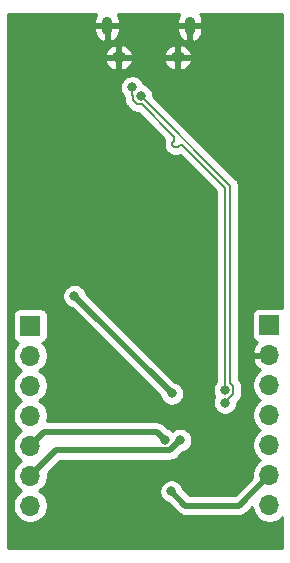
<source format=gbr>
G04 #@! TF.GenerationSoftware,KiCad,Pcbnew,(5.1.12-1-10_14)*
G04 #@! TF.CreationDate,2021-12-08T14:05:25-05:00*
G04 #@! TF.ProjectId,MinimalSAMD21,4d696e69-6d61-46c5-9341-4d4432312e6b,rev?*
G04 #@! TF.SameCoordinates,Original*
G04 #@! TF.FileFunction,Copper,L2,Bot*
G04 #@! TF.FilePolarity,Positive*
%FSLAX46Y46*%
G04 Gerber Fmt 4.6, Leading zero omitted, Abs format (unit mm)*
G04 Created by KiCad (PCBNEW (5.1.12-1-10_14)) date 2021-12-08 14:05:25*
%MOMM*%
%LPD*%
G01*
G04 APERTURE LIST*
G04 #@! TA.AperFunction,ComponentPad*
%ADD10O,1.700000X1.700000*%
G04 #@! TD*
G04 #@! TA.AperFunction,ComponentPad*
%ADD11R,1.700000X1.700000*%
G04 #@! TD*
G04 #@! TA.AperFunction,ComponentPad*
%ADD12O,0.890000X1.550000*%
G04 #@! TD*
G04 #@! TA.AperFunction,ComponentPad*
%ADD13O,1.250000X0.950000*%
G04 #@! TD*
G04 #@! TA.AperFunction,ViaPad*
%ADD14C,0.800000*%
G04 #@! TD*
G04 #@! TA.AperFunction,Conductor*
%ADD15C,0.500000*%
G04 #@! TD*
G04 #@! TA.AperFunction,Conductor*
%ADD16C,0.200000*%
G04 #@! TD*
G04 #@! TA.AperFunction,Conductor*
%ADD17C,0.254000*%
G04 #@! TD*
G04 #@! TA.AperFunction,Conductor*
%ADD18C,0.100000*%
G04 #@! TD*
G04 APERTURE END LIST*
D10*
X48260000Y-95700000D03*
X48260000Y-93160000D03*
X48260000Y-90620000D03*
X48260000Y-88080000D03*
X48260000Y-85540000D03*
X48260000Y-83000000D03*
D11*
X48260000Y-80460000D03*
D12*
X34510000Y-55100000D03*
X41510000Y-55100000D03*
D13*
X35510000Y-57800000D03*
X40510000Y-57800000D03*
D10*
X28000000Y-95740000D03*
X28000000Y-93200000D03*
X28000000Y-90660000D03*
X28000000Y-88120000D03*
X28000000Y-85580000D03*
X28000000Y-83040000D03*
D11*
X28000000Y-80500000D03*
D14*
X27000000Y-77500000D03*
X43000000Y-79250000D03*
X43000000Y-94000000D03*
X34000000Y-73750000D03*
X31750000Y-78000000D03*
X40000000Y-86250000D03*
X40700000Y-90200000D03*
X39400000Y-90200000D03*
X36628768Y-60328768D03*
X44500000Y-85975001D03*
X44500000Y-87025001D03*
X37371232Y-61071232D03*
X39951041Y-94548959D03*
D15*
X31750000Y-78000000D02*
X40000000Y-86250000D01*
X30149999Y-91050001D02*
X28000000Y-93200000D01*
X39849999Y-91050001D02*
X30149999Y-91050001D01*
X40700000Y-90200000D02*
X39849999Y-91050001D01*
X39400000Y-90200000D02*
X38700000Y-89500000D01*
X29160000Y-89500000D02*
X28000000Y-90660000D01*
X38700000Y-89500000D02*
X29160000Y-89500000D01*
D16*
X36628768Y-60965166D02*
X36628768Y-60328768D01*
X37035231Y-61771233D02*
X36671231Y-61407233D01*
X37434835Y-61771233D02*
X37035231Y-61771233D01*
X40133272Y-64469670D02*
X37434835Y-61771233D01*
X40204305Y-64582718D02*
X40175156Y-64522192D01*
X40219252Y-64648212D02*
X40204305Y-64582718D01*
X40133271Y-64893933D02*
X40175157Y-64841412D01*
X40119973Y-64907234D02*
X40133271Y-64893933D01*
X40078086Y-64959756D02*
X40119973Y-64907234D01*
X40610059Y-65276313D02*
X40557537Y-65318200D01*
X40048940Y-65020283D02*
X40078086Y-64959756D01*
X40219253Y-64715392D02*
X40219252Y-64648212D01*
X40033990Y-65085776D02*
X40048940Y-65020283D01*
X40048939Y-65218449D02*
X40033991Y-65152956D01*
X40204305Y-64780886D02*
X40219253Y-64715392D01*
X40078087Y-65278976D02*
X40048939Y-65218449D01*
X40233021Y-65402532D02*
X40172495Y-65373383D01*
X36671231Y-61407233D02*
X36671231Y-61007629D01*
X40491715Y-65373384D02*
X40431189Y-65402532D01*
X40557537Y-65318200D02*
X40544236Y-65331498D01*
X40175156Y-64522192D02*
X40133272Y-64469670D01*
X40298515Y-65417479D02*
X40233021Y-65402532D01*
X40033991Y-65152956D02*
X40033990Y-65085776D01*
X40119972Y-65331498D02*
X40078087Y-65278976D01*
X40929279Y-65276314D02*
X40868752Y-65247166D01*
X40868752Y-65247166D02*
X40803259Y-65232218D01*
X44500000Y-68836398D02*
X40981801Y-65318199D01*
X40736079Y-65232217D02*
X40670586Y-65247167D01*
X40670586Y-65247167D02*
X40610059Y-65276313D01*
X40803259Y-65232218D02*
X40736079Y-65232217D01*
X40172495Y-65373383D02*
X40119972Y-65331498D01*
X36671231Y-61007629D02*
X36628768Y-60965166D01*
X40175157Y-64841412D02*
X40204305Y-64780886D01*
X40544236Y-65331498D02*
X40491715Y-65373384D01*
X40981801Y-65318199D02*
X40929279Y-65276314D01*
X40365695Y-65417480D02*
X40298515Y-65417479D01*
X40431189Y-65402532D02*
X40365695Y-65417480D01*
X44500000Y-85975001D02*
X44500000Y-68836398D01*
X45200001Y-86311002D02*
X45200001Y-85639000D01*
X44950000Y-86561003D02*
X45200001Y-86311002D01*
X44500000Y-87025001D02*
X44950000Y-86575001D01*
X44950000Y-86575001D02*
X44950000Y-86561003D01*
X45200001Y-85639000D02*
X44950000Y-85388999D01*
X44950000Y-85388999D02*
X44950000Y-68650000D01*
X44950000Y-68650000D02*
X37689431Y-61389431D01*
X37689431Y-61389431D02*
X37371232Y-61071232D01*
D15*
X39951041Y-94548959D02*
X41152082Y-95750000D01*
X45670000Y-95750000D02*
X48260000Y-93160000D01*
X41152082Y-95750000D02*
X45670000Y-95750000D01*
D17*
X33560810Y-54239369D02*
X33475528Y-54434743D01*
X33430000Y-54643000D01*
X33430000Y-54973000D01*
X34383000Y-54973000D01*
X34383000Y-54953000D01*
X34637000Y-54953000D01*
X34637000Y-54973000D01*
X35590000Y-54973000D01*
X35590000Y-54643000D01*
X35544472Y-54434743D01*
X35459190Y-54239369D01*
X35403962Y-54160000D01*
X40616038Y-54160000D01*
X40560810Y-54239369D01*
X40475528Y-54434743D01*
X40430000Y-54643000D01*
X40430000Y-54973000D01*
X41383000Y-54973000D01*
X41383000Y-54953000D01*
X41637000Y-54953000D01*
X41637000Y-54973000D01*
X42590000Y-54973000D01*
X42590000Y-54643000D01*
X42544472Y-54434743D01*
X42459190Y-54239369D01*
X42403962Y-54160000D01*
X49340000Y-54160000D01*
X49340001Y-79016197D01*
X49234482Y-78984188D01*
X49110000Y-78971928D01*
X47410000Y-78971928D01*
X47285518Y-78984188D01*
X47165820Y-79020498D01*
X47055506Y-79079463D01*
X46958815Y-79158815D01*
X46879463Y-79255506D01*
X46820498Y-79365820D01*
X46784188Y-79485518D01*
X46771928Y-79610000D01*
X46771928Y-81310000D01*
X46784188Y-81434482D01*
X46820498Y-81554180D01*
X46879463Y-81664494D01*
X46958815Y-81761185D01*
X47055506Y-81840537D01*
X47165820Y-81899502D01*
X47246466Y-81923966D01*
X47162412Y-81999731D01*
X46988359Y-82233080D01*
X46863175Y-82495901D01*
X46818524Y-82643110D01*
X46939845Y-82873000D01*
X48133000Y-82873000D01*
X48133000Y-82853000D01*
X48387000Y-82853000D01*
X48387000Y-82873000D01*
X48407000Y-82873000D01*
X48407000Y-83127000D01*
X48387000Y-83127000D01*
X48387000Y-83147000D01*
X48133000Y-83147000D01*
X48133000Y-83127000D01*
X46939845Y-83127000D01*
X46818524Y-83356890D01*
X46863175Y-83504099D01*
X46988359Y-83766920D01*
X47162412Y-84000269D01*
X47378645Y-84195178D01*
X47495534Y-84264805D01*
X47313368Y-84386525D01*
X47106525Y-84593368D01*
X46944010Y-84836589D01*
X46832068Y-85106842D01*
X46775000Y-85393740D01*
X46775000Y-85686260D01*
X46832068Y-85973158D01*
X46944010Y-86243411D01*
X47106525Y-86486632D01*
X47313368Y-86693475D01*
X47487760Y-86810000D01*
X47313368Y-86926525D01*
X47106525Y-87133368D01*
X46944010Y-87376589D01*
X46832068Y-87646842D01*
X46775000Y-87933740D01*
X46775000Y-88226260D01*
X46832068Y-88513158D01*
X46944010Y-88783411D01*
X47106525Y-89026632D01*
X47313368Y-89233475D01*
X47487760Y-89350000D01*
X47313368Y-89466525D01*
X47106525Y-89673368D01*
X46944010Y-89916589D01*
X46832068Y-90186842D01*
X46775000Y-90473740D01*
X46775000Y-90766260D01*
X46832068Y-91053158D01*
X46944010Y-91323411D01*
X47106525Y-91566632D01*
X47313368Y-91773475D01*
X47487760Y-91890000D01*
X47313368Y-92006525D01*
X47106525Y-92213368D01*
X46944010Y-92456589D01*
X46832068Y-92726842D01*
X46775000Y-93013740D01*
X46775000Y-93306260D01*
X46789461Y-93378960D01*
X45303422Y-94865000D01*
X41518661Y-94865000D01*
X40957576Y-94303916D01*
X40946267Y-94247061D01*
X40868246Y-94058703D01*
X40754978Y-93889185D01*
X40610815Y-93745022D01*
X40441297Y-93631754D01*
X40252939Y-93553733D01*
X40052980Y-93513959D01*
X39849102Y-93513959D01*
X39649143Y-93553733D01*
X39460785Y-93631754D01*
X39291267Y-93745022D01*
X39147104Y-93889185D01*
X39033836Y-94058703D01*
X38955815Y-94247061D01*
X38916041Y-94447020D01*
X38916041Y-94650898D01*
X38955815Y-94850857D01*
X39033836Y-95039215D01*
X39147104Y-95208733D01*
X39291267Y-95352896D01*
X39460785Y-95466164D01*
X39649143Y-95544185D01*
X39705998Y-95555494D01*
X40495552Y-96345049D01*
X40523265Y-96378817D01*
X40557033Y-96406530D01*
X40557035Y-96406532D01*
X40601972Y-96443411D01*
X40658023Y-96489411D01*
X40811769Y-96571589D01*
X40978592Y-96622195D01*
X41108605Y-96635000D01*
X41108615Y-96635000D01*
X41152081Y-96639281D01*
X41195547Y-96635000D01*
X45626531Y-96635000D01*
X45670000Y-96639281D01*
X45713469Y-96635000D01*
X45713477Y-96635000D01*
X45843490Y-96622195D01*
X46010313Y-96571589D01*
X46164059Y-96489411D01*
X46298817Y-96378817D01*
X46326534Y-96345044D01*
X46783348Y-95888230D01*
X46832068Y-96133158D01*
X46944010Y-96403411D01*
X47106525Y-96646632D01*
X47313368Y-96853475D01*
X47556589Y-97015990D01*
X47826842Y-97127932D01*
X48113740Y-97185000D01*
X48406260Y-97185000D01*
X48693158Y-97127932D01*
X48963411Y-97015990D01*
X49206632Y-96853475D01*
X49340001Y-96720106D01*
X49340001Y-99340000D01*
X26160000Y-99340000D01*
X26160000Y-79650000D01*
X26511928Y-79650000D01*
X26511928Y-81350000D01*
X26524188Y-81474482D01*
X26560498Y-81594180D01*
X26619463Y-81704494D01*
X26698815Y-81801185D01*
X26795506Y-81880537D01*
X26905820Y-81939502D01*
X26978380Y-81961513D01*
X26846525Y-82093368D01*
X26684010Y-82336589D01*
X26572068Y-82606842D01*
X26515000Y-82893740D01*
X26515000Y-83186260D01*
X26572068Y-83473158D01*
X26684010Y-83743411D01*
X26846525Y-83986632D01*
X27053368Y-84193475D01*
X27227760Y-84310000D01*
X27053368Y-84426525D01*
X26846525Y-84633368D01*
X26684010Y-84876589D01*
X26572068Y-85146842D01*
X26515000Y-85433740D01*
X26515000Y-85726260D01*
X26572068Y-86013158D01*
X26684010Y-86283411D01*
X26846525Y-86526632D01*
X27053368Y-86733475D01*
X27227760Y-86850000D01*
X27053368Y-86966525D01*
X26846525Y-87173368D01*
X26684010Y-87416589D01*
X26572068Y-87686842D01*
X26515000Y-87973740D01*
X26515000Y-88266260D01*
X26572068Y-88553158D01*
X26684010Y-88823411D01*
X26846525Y-89066632D01*
X27053368Y-89273475D01*
X27227760Y-89390000D01*
X27053368Y-89506525D01*
X26846525Y-89713368D01*
X26684010Y-89956589D01*
X26572068Y-90226842D01*
X26515000Y-90513740D01*
X26515000Y-90806260D01*
X26572068Y-91093158D01*
X26684010Y-91363411D01*
X26846525Y-91606632D01*
X27053368Y-91813475D01*
X27227760Y-91930000D01*
X27053368Y-92046525D01*
X26846525Y-92253368D01*
X26684010Y-92496589D01*
X26572068Y-92766842D01*
X26515000Y-93053740D01*
X26515000Y-93346260D01*
X26572068Y-93633158D01*
X26684010Y-93903411D01*
X26846525Y-94146632D01*
X27053368Y-94353475D01*
X27227760Y-94470000D01*
X27053368Y-94586525D01*
X26846525Y-94793368D01*
X26684010Y-95036589D01*
X26572068Y-95306842D01*
X26515000Y-95593740D01*
X26515000Y-95886260D01*
X26572068Y-96173158D01*
X26684010Y-96443411D01*
X26846525Y-96686632D01*
X27053368Y-96893475D01*
X27296589Y-97055990D01*
X27566842Y-97167932D01*
X27853740Y-97225000D01*
X28146260Y-97225000D01*
X28433158Y-97167932D01*
X28703411Y-97055990D01*
X28946632Y-96893475D01*
X29153475Y-96686632D01*
X29315990Y-96443411D01*
X29427932Y-96173158D01*
X29485000Y-95886260D01*
X29485000Y-95593740D01*
X29427932Y-95306842D01*
X29315990Y-95036589D01*
X29153475Y-94793368D01*
X28946632Y-94586525D01*
X28772240Y-94470000D01*
X28946632Y-94353475D01*
X29153475Y-94146632D01*
X29315990Y-93903411D01*
X29427932Y-93633158D01*
X29485000Y-93346260D01*
X29485000Y-93053740D01*
X29470539Y-92981040D01*
X30516578Y-91935001D01*
X39806530Y-91935001D01*
X39849999Y-91939282D01*
X39893468Y-91935001D01*
X39893476Y-91935001D01*
X40023489Y-91922196D01*
X40190312Y-91871590D01*
X40344058Y-91789412D01*
X40478816Y-91678818D01*
X40506533Y-91645045D01*
X40945044Y-91206535D01*
X41001898Y-91195226D01*
X41190256Y-91117205D01*
X41359774Y-91003937D01*
X41503937Y-90859774D01*
X41617205Y-90690256D01*
X41695226Y-90501898D01*
X41735000Y-90301939D01*
X41735000Y-90098061D01*
X41695226Y-89898102D01*
X41617205Y-89709744D01*
X41503937Y-89540226D01*
X41359774Y-89396063D01*
X41190256Y-89282795D01*
X41001898Y-89204774D01*
X40801939Y-89165000D01*
X40598061Y-89165000D01*
X40398102Y-89204774D01*
X40209744Y-89282795D01*
X40050000Y-89389532D01*
X39890256Y-89282795D01*
X39701898Y-89204774D01*
X39645043Y-89193465D01*
X39356534Y-88904956D01*
X39328817Y-88871183D01*
X39194059Y-88760589D01*
X39040313Y-88678411D01*
X38873490Y-88627805D01*
X38743477Y-88615000D01*
X38743469Y-88615000D01*
X38700000Y-88610719D01*
X38656531Y-88615000D01*
X29402316Y-88615000D01*
X29427932Y-88553158D01*
X29485000Y-88266260D01*
X29485000Y-87973740D01*
X29427932Y-87686842D01*
X29315990Y-87416589D01*
X29153475Y-87173368D01*
X28946632Y-86966525D01*
X28772240Y-86850000D01*
X28946632Y-86733475D01*
X29153475Y-86526632D01*
X29315990Y-86283411D01*
X29427932Y-86013158D01*
X29485000Y-85726260D01*
X29485000Y-85433740D01*
X29427932Y-85146842D01*
X29315990Y-84876589D01*
X29153475Y-84633368D01*
X28946632Y-84426525D01*
X28772240Y-84310000D01*
X28946632Y-84193475D01*
X29153475Y-83986632D01*
X29315990Y-83743411D01*
X29427932Y-83473158D01*
X29485000Y-83186260D01*
X29485000Y-82893740D01*
X29427932Y-82606842D01*
X29315990Y-82336589D01*
X29153475Y-82093368D01*
X29021620Y-81961513D01*
X29094180Y-81939502D01*
X29204494Y-81880537D01*
X29301185Y-81801185D01*
X29380537Y-81704494D01*
X29439502Y-81594180D01*
X29475812Y-81474482D01*
X29488072Y-81350000D01*
X29488072Y-79650000D01*
X29475812Y-79525518D01*
X29439502Y-79405820D01*
X29380537Y-79295506D01*
X29301185Y-79198815D01*
X29204494Y-79119463D01*
X29094180Y-79060498D01*
X28974482Y-79024188D01*
X28850000Y-79011928D01*
X27150000Y-79011928D01*
X27025518Y-79024188D01*
X26905820Y-79060498D01*
X26795506Y-79119463D01*
X26698815Y-79198815D01*
X26619463Y-79295506D01*
X26560498Y-79405820D01*
X26524188Y-79525518D01*
X26511928Y-79650000D01*
X26160000Y-79650000D01*
X26160000Y-77898061D01*
X30715000Y-77898061D01*
X30715000Y-78101939D01*
X30754774Y-78301898D01*
X30832795Y-78490256D01*
X30946063Y-78659774D01*
X31090226Y-78803937D01*
X31259744Y-78917205D01*
X31448102Y-78995226D01*
X31504957Y-79006535D01*
X38993465Y-86495044D01*
X39004774Y-86551898D01*
X39082795Y-86740256D01*
X39196063Y-86909774D01*
X39340226Y-87053937D01*
X39509744Y-87167205D01*
X39698102Y-87245226D01*
X39898061Y-87285000D01*
X40101939Y-87285000D01*
X40301898Y-87245226D01*
X40490256Y-87167205D01*
X40659774Y-87053937D01*
X40803937Y-86909774D01*
X40917205Y-86740256D01*
X40995226Y-86551898D01*
X41035000Y-86351939D01*
X41035000Y-86148061D01*
X40995226Y-85948102D01*
X40917205Y-85759744D01*
X40803937Y-85590226D01*
X40659774Y-85446063D01*
X40490256Y-85332795D01*
X40301898Y-85254774D01*
X40245044Y-85243465D01*
X32756535Y-77754957D01*
X32745226Y-77698102D01*
X32667205Y-77509744D01*
X32553937Y-77340226D01*
X32409774Y-77196063D01*
X32240256Y-77082795D01*
X32051898Y-77004774D01*
X31851939Y-76965000D01*
X31648061Y-76965000D01*
X31448102Y-77004774D01*
X31259744Y-77082795D01*
X31090226Y-77196063D01*
X30946063Y-77340226D01*
X30832795Y-77509744D01*
X30754774Y-77698102D01*
X30715000Y-77898061D01*
X26160000Y-77898061D01*
X26160000Y-60226829D01*
X35593768Y-60226829D01*
X35593768Y-60430707D01*
X35633542Y-60630666D01*
X35711563Y-60819024D01*
X35824831Y-60988542D01*
X35899909Y-61063620D01*
X35904403Y-61109250D01*
X35936231Y-61214173D01*
X35936231Y-61371128D01*
X35932675Y-61407233D01*
X35946866Y-61551318D01*
X35955340Y-61579253D01*
X35988894Y-61689865D01*
X36057144Y-61817552D01*
X36148993Y-61929470D01*
X36177039Y-61952487D01*
X36489972Y-62265420D01*
X36512993Y-62293471D01*
X36624911Y-62385320D01*
X36752597Y-62453570D01*
X36891146Y-62495598D01*
X37035231Y-62509789D01*
X37071336Y-62506233D01*
X37130389Y-62506233D01*
X39366778Y-64742623D01*
X39355119Y-64777502D01*
X39333788Y-64835831D01*
X39326631Y-64881863D01*
X39323156Y-64897089D01*
X39309623Y-64941702D01*
X39303541Y-65003462D01*
X39295725Y-65065045D01*
X39298991Y-65111557D01*
X39298991Y-65127183D01*
X39295726Y-65173666D01*
X39303542Y-65235259D01*
X39309629Y-65297051D01*
X39323157Y-65341644D01*
X39326629Y-65356857D01*
X39333792Y-65402920D01*
X39355120Y-65461236D01*
X39374796Y-65520104D01*
X39397913Y-65560579D01*
X39404688Y-65574649D01*
X39421921Y-65617960D01*
X39455686Y-65670060D01*
X39487972Y-65723080D01*
X39519515Y-65757396D01*
X39529255Y-65769610D01*
X39555692Y-65807998D01*
X39600198Y-65851272D01*
X39643477Y-65895782D01*
X39681865Y-65922218D01*
X39694077Y-65931957D01*
X39728380Y-65963489D01*
X39781413Y-65995785D01*
X39833517Y-66029552D01*
X39876808Y-66046776D01*
X39890895Y-66053560D01*
X39931378Y-66076680D01*
X39990244Y-66096354D01*
X40048535Y-66117675D01*
X40094602Y-66124840D01*
X40109842Y-66128318D01*
X40154420Y-66141841D01*
X40216194Y-66147926D01*
X40277818Y-66155745D01*
X40324301Y-66152479D01*
X40339909Y-66152479D01*
X40386402Y-66155745D01*
X40447985Y-66147931D01*
X40509769Y-66141847D01*
X40554374Y-66128317D01*
X40569611Y-66124839D01*
X40615665Y-66117677D01*
X40673960Y-66096357D01*
X40708851Y-66084695D01*
X43765001Y-69140846D01*
X43765000Y-85246290D01*
X43696063Y-85315227D01*
X43582795Y-85484745D01*
X43504774Y-85673103D01*
X43465000Y-85873062D01*
X43465000Y-86076940D01*
X43504774Y-86276899D01*
X43582795Y-86465257D01*
X43606010Y-86500001D01*
X43582795Y-86534745D01*
X43504774Y-86723103D01*
X43465000Y-86923062D01*
X43465000Y-87126940D01*
X43504774Y-87326899D01*
X43582795Y-87515257D01*
X43696063Y-87684775D01*
X43840226Y-87828938D01*
X44009744Y-87942206D01*
X44198102Y-88020227D01*
X44398061Y-88060001D01*
X44601939Y-88060001D01*
X44801898Y-88020227D01*
X44990256Y-87942206D01*
X45159774Y-87828938D01*
X45303937Y-87684775D01*
X45417205Y-87515257D01*
X45495226Y-87326899D01*
X45535000Y-87126940D01*
X45535000Y-87020763D01*
X45559322Y-86991127D01*
X45694193Y-86856256D01*
X45722238Y-86833240D01*
X45814088Y-86721322D01*
X45882338Y-86593635D01*
X45924366Y-86455087D01*
X45935001Y-86347107D01*
X45935001Y-86347106D01*
X45938557Y-86311002D01*
X45935001Y-86274897D01*
X45935001Y-85675105D01*
X45938557Y-85639000D01*
X45924366Y-85494915D01*
X45909547Y-85446063D01*
X45882338Y-85356367D01*
X45814088Y-85228680D01*
X45722239Y-85116762D01*
X45694188Y-85093741D01*
X45685000Y-85084553D01*
X45685000Y-68686096D01*
X45688555Y-68649999D01*
X45685000Y-68613902D01*
X45685000Y-68613895D01*
X45674365Y-68505915D01*
X45632337Y-68367367D01*
X45564087Y-68239680D01*
X45472238Y-68127762D01*
X45444193Y-68104746D01*
X38406232Y-61066786D01*
X38406232Y-60969293D01*
X38366458Y-60769334D01*
X38288437Y-60580976D01*
X38175169Y-60411458D01*
X38031006Y-60267295D01*
X37861488Y-60154027D01*
X37673130Y-60076006D01*
X37632146Y-60067854D01*
X37623994Y-60026870D01*
X37545973Y-59838512D01*
X37432705Y-59668994D01*
X37288542Y-59524831D01*
X37119024Y-59411563D01*
X36930666Y-59333542D01*
X36730707Y-59293768D01*
X36526829Y-59293768D01*
X36326870Y-59333542D01*
X36138512Y-59411563D01*
X35968994Y-59524831D01*
X35824831Y-59668994D01*
X35711563Y-59838512D01*
X35633542Y-60026870D01*
X35593768Y-60226829D01*
X26160000Y-60226829D01*
X26160000Y-58097938D01*
X34290732Y-58097938D01*
X34360397Y-58286150D01*
X34474447Y-58471822D01*
X34622529Y-58631676D01*
X34798951Y-58759569D01*
X34996934Y-58850586D01*
X35208869Y-58901230D01*
X35383000Y-58752564D01*
X35383000Y-57927000D01*
X35637000Y-57927000D01*
X35637000Y-58752564D01*
X35811131Y-58901230D01*
X36023066Y-58850586D01*
X36221049Y-58759569D01*
X36397471Y-58631676D01*
X36545553Y-58471822D01*
X36659603Y-58286150D01*
X36729268Y-58097938D01*
X39290732Y-58097938D01*
X39360397Y-58286150D01*
X39474447Y-58471822D01*
X39622529Y-58631676D01*
X39798951Y-58759569D01*
X39996934Y-58850586D01*
X40208869Y-58901230D01*
X40383000Y-58752564D01*
X40383000Y-57927000D01*
X40637000Y-57927000D01*
X40637000Y-58752564D01*
X40811131Y-58901230D01*
X41023066Y-58850586D01*
X41221049Y-58759569D01*
X41397471Y-58631676D01*
X41545553Y-58471822D01*
X41659603Y-58286150D01*
X41729268Y-58097938D01*
X41602734Y-57927000D01*
X40637000Y-57927000D01*
X40383000Y-57927000D01*
X39417266Y-57927000D01*
X39290732Y-58097938D01*
X36729268Y-58097938D01*
X36602734Y-57927000D01*
X35637000Y-57927000D01*
X35383000Y-57927000D01*
X34417266Y-57927000D01*
X34290732Y-58097938D01*
X26160000Y-58097938D01*
X26160000Y-57502062D01*
X34290732Y-57502062D01*
X34417266Y-57673000D01*
X35383000Y-57673000D01*
X35383000Y-56847436D01*
X35637000Y-56847436D01*
X35637000Y-57673000D01*
X36602734Y-57673000D01*
X36729268Y-57502062D01*
X39290732Y-57502062D01*
X39417266Y-57673000D01*
X40383000Y-57673000D01*
X40383000Y-56847436D01*
X40637000Y-56847436D01*
X40637000Y-57673000D01*
X41602734Y-57673000D01*
X41729268Y-57502062D01*
X41659603Y-57313850D01*
X41545553Y-57128178D01*
X41397471Y-56968324D01*
X41221049Y-56840431D01*
X41023066Y-56749414D01*
X40811131Y-56698770D01*
X40637000Y-56847436D01*
X40383000Y-56847436D01*
X40208869Y-56698770D01*
X39996934Y-56749414D01*
X39798951Y-56840431D01*
X39622529Y-56968324D01*
X39474447Y-57128178D01*
X39360397Y-57313850D01*
X39290732Y-57502062D01*
X36729268Y-57502062D01*
X36659603Y-57313850D01*
X36545553Y-57128178D01*
X36397471Y-56968324D01*
X36221049Y-56840431D01*
X36023066Y-56749414D01*
X35811131Y-56698770D01*
X35637000Y-56847436D01*
X35383000Y-56847436D01*
X35208869Y-56698770D01*
X34996934Y-56749414D01*
X34798951Y-56840431D01*
X34622529Y-56968324D01*
X34474447Y-57128178D01*
X34360397Y-57313850D01*
X34290732Y-57502062D01*
X26160000Y-57502062D01*
X26160000Y-55227000D01*
X33430000Y-55227000D01*
X33430000Y-55557000D01*
X33475528Y-55765257D01*
X33560810Y-55960631D01*
X33682569Y-56135613D01*
X33836126Y-56283479D01*
X34015580Y-56398546D01*
X34216787Y-56469435D01*
X34383000Y-56342454D01*
X34383000Y-55227000D01*
X34637000Y-55227000D01*
X34637000Y-56342454D01*
X34803213Y-56469435D01*
X35004420Y-56398546D01*
X35183874Y-56283479D01*
X35337431Y-56135613D01*
X35459190Y-55960631D01*
X35544472Y-55765257D01*
X35590000Y-55557000D01*
X35590000Y-55227000D01*
X40430000Y-55227000D01*
X40430000Y-55557000D01*
X40475528Y-55765257D01*
X40560810Y-55960631D01*
X40682569Y-56135613D01*
X40836126Y-56283479D01*
X41015580Y-56398546D01*
X41216787Y-56469435D01*
X41383000Y-56342454D01*
X41383000Y-55227000D01*
X41637000Y-55227000D01*
X41637000Y-56342454D01*
X41803213Y-56469435D01*
X42004420Y-56398546D01*
X42183874Y-56283479D01*
X42337431Y-56135613D01*
X42459190Y-55960631D01*
X42544472Y-55765257D01*
X42590000Y-55557000D01*
X42590000Y-55227000D01*
X41637000Y-55227000D01*
X41383000Y-55227000D01*
X40430000Y-55227000D01*
X35590000Y-55227000D01*
X34637000Y-55227000D01*
X34383000Y-55227000D01*
X33430000Y-55227000D01*
X26160000Y-55227000D01*
X26160000Y-54160000D01*
X33616038Y-54160000D01*
X33560810Y-54239369D01*
G04 #@! TA.AperFunction,Conductor*
D18*
G36*
X33560810Y-54239369D02*
G01*
X33475528Y-54434743D01*
X33430000Y-54643000D01*
X33430000Y-54973000D01*
X34383000Y-54973000D01*
X34383000Y-54953000D01*
X34637000Y-54953000D01*
X34637000Y-54973000D01*
X35590000Y-54973000D01*
X35590000Y-54643000D01*
X35544472Y-54434743D01*
X35459190Y-54239369D01*
X35403962Y-54160000D01*
X40616038Y-54160000D01*
X40560810Y-54239369D01*
X40475528Y-54434743D01*
X40430000Y-54643000D01*
X40430000Y-54973000D01*
X41383000Y-54973000D01*
X41383000Y-54953000D01*
X41637000Y-54953000D01*
X41637000Y-54973000D01*
X42590000Y-54973000D01*
X42590000Y-54643000D01*
X42544472Y-54434743D01*
X42459190Y-54239369D01*
X42403962Y-54160000D01*
X49340000Y-54160000D01*
X49340001Y-79016197D01*
X49234482Y-78984188D01*
X49110000Y-78971928D01*
X47410000Y-78971928D01*
X47285518Y-78984188D01*
X47165820Y-79020498D01*
X47055506Y-79079463D01*
X46958815Y-79158815D01*
X46879463Y-79255506D01*
X46820498Y-79365820D01*
X46784188Y-79485518D01*
X46771928Y-79610000D01*
X46771928Y-81310000D01*
X46784188Y-81434482D01*
X46820498Y-81554180D01*
X46879463Y-81664494D01*
X46958815Y-81761185D01*
X47055506Y-81840537D01*
X47165820Y-81899502D01*
X47246466Y-81923966D01*
X47162412Y-81999731D01*
X46988359Y-82233080D01*
X46863175Y-82495901D01*
X46818524Y-82643110D01*
X46939845Y-82873000D01*
X48133000Y-82873000D01*
X48133000Y-82853000D01*
X48387000Y-82853000D01*
X48387000Y-82873000D01*
X48407000Y-82873000D01*
X48407000Y-83127000D01*
X48387000Y-83127000D01*
X48387000Y-83147000D01*
X48133000Y-83147000D01*
X48133000Y-83127000D01*
X46939845Y-83127000D01*
X46818524Y-83356890D01*
X46863175Y-83504099D01*
X46988359Y-83766920D01*
X47162412Y-84000269D01*
X47378645Y-84195178D01*
X47495534Y-84264805D01*
X47313368Y-84386525D01*
X47106525Y-84593368D01*
X46944010Y-84836589D01*
X46832068Y-85106842D01*
X46775000Y-85393740D01*
X46775000Y-85686260D01*
X46832068Y-85973158D01*
X46944010Y-86243411D01*
X47106525Y-86486632D01*
X47313368Y-86693475D01*
X47487760Y-86810000D01*
X47313368Y-86926525D01*
X47106525Y-87133368D01*
X46944010Y-87376589D01*
X46832068Y-87646842D01*
X46775000Y-87933740D01*
X46775000Y-88226260D01*
X46832068Y-88513158D01*
X46944010Y-88783411D01*
X47106525Y-89026632D01*
X47313368Y-89233475D01*
X47487760Y-89350000D01*
X47313368Y-89466525D01*
X47106525Y-89673368D01*
X46944010Y-89916589D01*
X46832068Y-90186842D01*
X46775000Y-90473740D01*
X46775000Y-90766260D01*
X46832068Y-91053158D01*
X46944010Y-91323411D01*
X47106525Y-91566632D01*
X47313368Y-91773475D01*
X47487760Y-91890000D01*
X47313368Y-92006525D01*
X47106525Y-92213368D01*
X46944010Y-92456589D01*
X46832068Y-92726842D01*
X46775000Y-93013740D01*
X46775000Y-93306260D01*
X46789461Y-93378960D01*
X45303422Y-94865000D01*
X41518661Y-94865000D01*
X40957576Y-94303916D01*
X40946267Y-94247061D01*
X40868246Y-94058703D01*
X40754978Y-93889185D01*
X40610815Y-93745022D01*
X40441297Y-93631754D01*
X40252939Y-93553733D01*
X40052980Y-93513959D01*
X39849102Y-93513959D01*
X39649143Y-93553733D01*
X39460785Y-93631754D01*
X39291267Y-93745022D01*
X39147104Y-93889185D01*
X39033836Y-94058703D01*
X38955815Y-94247061D01*
X38916041Y-94447020D01*
X38916041Y-94650898D01*
X38955815Y-94850857D01*
X39033836Y-95039215D01*
X39147104Y-95208733D01*
X39291267Y-95352896D01*
X39460785Y-95466164D01*
X39649143Y-95544185D01*
X39705998Y-95555494D01*
X40495552Y-96345049D01*
X40523265Y-96378817D01*
X40557033Y-96406530D01*
X40557035Y-96406532D01*
X40601972Y-96443411D01*
X40658023Y-96489411D01*
X40811769Y-96571589D01*
X40978592Y-96622195D01*
X41108605Y-96635000D01*
X41108615Y-96635000D01*
X41152081Y-96639281D01*
X41195547Y-96635000D01*
X45626531Y-96635000D01*
X45670000Y-96639281D01*
X45713469Y-96635000D01*
X45713477Y-96635000D01*
X45843490Y-96622195D01*
X46010313Y-96571589D01*
X46164059Y-96489411D01*
X46298817Y-96378817D01*
X46326534Y-96345044D01*
X46783348Y-95888230D01*
X46832068Y-96133158D01*
X46944010Y-96403411D01*
X47106525Y-96646632D01*
X47313368Y-96853475D01*
X47556589Y-97015990D01*
X47826842Y-97127932D01*
X48113740Y-97185000D01*
X48406260Y-97185000D01*
X48693158Y-97127932D01*
X48963411Y-97015990D01*
X49206632Y-96853475D01*
X49340001Y-96720106D01*
X49340001Y-99340000D01*
X26160000Y-99340000D01*
X26160000Y-79650000D01*
X26511928Y-79650000D01*
X26511928Y-81350000D01*
X26524188Y-81474482D01*
X26560498Y-81594180D01*
X26619463Y-81704494D01*
X26698815Y-81801185D01*
X26795506Y-81880537D01*
X26905820Y-81939502D01*
X26978380Y-81961513D01*
X26846525Y-82093368D01*
X26684010Y-82336589D01*
X26572068Y-82606842D01*
X26515000Y-82893740D01*
X26515000Y-83186260D01*
X26572068Y-83473158D01*
X26684010Y-83743411D01*
X26846525Y-83986632D01*
X27053368Y-84193475D01*
X27227760Y-84310000D01*
X27053368Y-84426525D01*
X26846525Y-84633368D01*
X26684010Y-84876589D01*
X26572068Y-85146842D01*
X26515000Y-85433740D01*
X26515000Y-85726260D01*
X26572068Y-86013158D01*
X26684010Y-86283411D01*
X26846525Y-86526632D01*
X27053368Y-86733475D01*
X27227760Y-86850000D01*
X27053368Y-86966525D01*
X26846525Y-87173368D01*
X26684010Y-87416589D01*
X26572068Y-87686842D01*
X26515000Y-87973740D01*
X26515000Y-88266260D01*
X26572068Y-88553158D01*
X26684010Y-88823411D01*
X26846525Y-89066632D01*
X27053368Y-89273475D01*
X27227760Y-89390000D01*
X27053368Y-89506525D01*
X26846525Y-89713368D01*
X26684010Y-89956589D01*
X26572068Y-90226842D01*
X26515000Y-90513740D01*
X26515000Y-90806260D01*
X26572068Y-91093158D01*
X26684010Y-91363411D01*
X26846525Y-91606632D01*
X27053368Y-91813475D01*
X27227760Y-91930000D01*
X27053368Y-92046525D01*
X26846525Y-92253368D01*
X26684010Y-92496589D01*
X26572068Y-92766842D01*
X26515000Y-93053740D01*
X26515000Y-93346260D01*
X26572068Y-93633158D01*
X26684010Y-93903411D01*
X26846525Y-94146632D01*
X27053368Y-94353475D01*
X27227760Y-94470000D01*
X27053368Y-94586525D01*
X26846525Y-94793368D01*
X26684010Y-95036589D01*
X26572068Y-95306842D01*
X26515000Y-95593740D01*
X26515000Y-95886260D01*
X26572068Y-96173158D01*
X26684010Y-96443411D01*
X26846525Y-96686632D01*
X27053368Y-96893475D01*
X27296589Y-97055990D01*
X27566842Y-97167932D01*
X27853740Y-97225000D01*
X28146260Y-97225000D01*
X28433158Y-97167932D01*
X28703411Y-97055990D01*
X28946632Y-96893475D01*
X29153475Y-96686632D01*
X29315990Y-96443411D01*
X29427932Y-96173158D01*
X29485000Y-95886260D01*
X29485000Y-95593740D01*
X29427932Y-95306842D01*
X29315990Y-95036589D01*
X29153475Y-94793368D01*
X28946632Y-94586525D01*
X28772240Y-94470000D01*
X28946632Y-94353475D01*
X29153475Y-94146632D01*
X29315990Y-93903411D01*
X29427932Y-93633158D01*
X29485000Y-93346260D01*
X29485000Y-93053740D01*
X29470539Y-92981040D01*
X30516578Y-91935001D01*
X39806530Y-91935001D01*
X39849999Y-91939282D01*
X39893468Y-91935001D01*
X39893476Y-91935001D01*
X40023489Y-91922196D01*
X40190312Y-91871590D01*
X40344058Y-91789412D01*
X40478816Y-91678818D01*
X40506533Y-91645045D01*
X40945044Y-91206535D01*
X41001898Y-91195226D01*
X41190256Y-91117205D01*
X41359774Y-91003937D01*
X41503937Y-90859774D01*
X41617205Y-90690256D01*
X41695226Y-90501898D01*
X41735000Y-90301939D01*
X41735000Y-90098061D01*
X41695226Y-89898102D01*
X41617205Y-89709744D01*
X41503937Y-89540226D01*
X41359774Y-89396063D01*
X41190256Y-89282795D01*
X41001898Y-89204774D01*
X40801939Y-89165000D01*
X40598061Y-89165000D01*
X40398102Y-89204774D01*
X40209744Y-89282795D01*
X40050000Y-89389532D01*
X39890256Y-89282795D01*
X39701898Y-89204774D01*
X39645043Y-89193465D01*
X39356534Y-88904956D01*
X39328817Y-88871183D01*
X39194059Y-88760589D01*
X39040313Y-88678411D01*
X38873490Y-88627805D01*
X38743477Y-88615000D01*
X38743469Y-88615000D01*
X38700000Y-88610719D01*
X38656531Y-88615000D01*
X29402316Y-88615000D01*
X29427932Y-88553158D01*
X29485000Y-88266260D01*
X29485000Y-87973740D01*
X29427932Y-87686842D01*
X29315990Y-87416589D01*
X29153475Y-87173368D01*
X28946632Y-86966525D01*
X28772240Y-86850000D01*
X28946632Y-86733475D01*
X29153475Y-86526632D01*
X29315990Y-86283411D01*
X29427932Y-86013158D01*
X29485000Y-85726260D01*
X29485000Y-85433740D01*
X29427932Y-85146842D01*
X29315990Y-84876589D01*
X29153475Y-84633368D01*
X28946632Y-84426525D01*
X28772240Y-84310000D01*
X28946632Y-84193475D01*
X29153475Y-83986632D01*
X29315990Y-83743411D01*
X29427932Y-83473158D01*
X29485000Y-83186260D01*
X29485000Y-82893740D01*
X29427932Y-82606842D01*
X29315990Y-82336589D01*
X29153475Y-82093368D01*
X29021620Y-81961513D01*
X29094180Y-81939502D01*
X29204494Y-81880537D01*
X29301185Y-81801185D01*
X29380537Y-81704494D01*
X29439502Y-81594180D01*
X29475812Y-81474482D01*
X29488072Y-81350000D01*
X29488072Y-79650000D01*
X29475812Y-79525518D01*
X29439502Y-79405820D01*
X29380537Y-79295506D01*
X29301185Y-79198815D01*
X29204494Y-79119463D01*
X29094180Y-79060498D01*
X28974482Y-79024188D01*
X28850000Y-79011928D01*
X27150000Y-79011928D01*
X27025518Y-79024188D01*
X26905820Y-79060498D01*
X26795506Y-79119463D01*
X26698815Y-79198815D01*
X26619463Y-79295506D01*
X26560498Y-79405820D01*
X26524188Y-79525518D01*
X26511928Y-79650000D01*
X26160000Y-79650000D01*
X26160000Y-77898061D01*
X30715000Y-77898061D01*
X30715000Y-78101939D01*
X30754774Y-78301898D01*
X30832795Y-78490256D01*
X30946063Y-78659774D01*
X31090226Y-78803937D01*
X31259744Y-78917205D01*
X31448102Y-78995226D01*
X31504957Y-79006535D01*
X38993465Y-86495044D01*
X39004774Y-86551898D01*
X39082795Y-86740256D01*
X39196063Y-86909774D01*
X39340226Y-87053937D01*
X39509744Y-87167205D01*
X39698102Y-87245226D01*
X39898061Y-87285000D01*
X40101939Y-87285000D01*
X40301898Y-87245226D01*
X40490256Y-87167205D01*
X40659774Y-87053937D01*
X40803937Y-86909774D01*
X40917205Y-86740256D01*
X40995226Y-86551898D01*
X41035000Y-86351939D01*
X41035000Y-86148061D01*
X40995226Y-85948102D01*
X40917205Y-85759744D01*
X40803937Y-85590226D01*
X40659774Y-85446063D01*
X40490256Y-85332795D01*
X40301898Y-85254774D01*
X40245044Y-85243465D01*
X32756535Y-77754957D01*
X32745226Y-77698102D01*
X32667205Y-77509744D01*
X32553937Y-77340226D01*
X32409774Y-77196063D01*
X32240256Y-77082795D01*
X32051898Y-77004774D01*
X31851939Y-76965000D01*
X31648061Y-76965000D01*
X31448102Y-77004774D01*
X31259744Y-77082795D01*
X31090226Y-77196063D01*
X30946063Y-77340226D01*
X30832795Y-77509744D01*
X30754774Y-77698102D01*
X30715000Y-77898061D01*
X26160000Y-77898061D01*
X26160000Y-60226829D01*
X35593768Y-60226829D01*
X35593768Y-60430707D01*
X35633542Y-60630666D01*
X35711563Y-60819024D01*
X35824831Y-60988542D01*
X35899909Y-61063620D01*
X35904403Y-61109250D01*
X35936231Y-61214173D01*
X35936231Y-61371128D01*
X35932675Y-61407233D01*
X35946866Y-61551318D01*
X35955340Y-61579253D01*
X35988894Y-61689865D01*
X36057144Y-61817552D01*
X36148993Y-61929470D01*
X36177039Y-61952487D01*
X36489972Y-62265420D01*
X36512993Y-62293471D01*
X36624911Y-62385320D01*
X36752597Y-62453570D01*
X36891146Y-62495598D01*
X37035231Y-62509789D01*
X37071336Y-62506233D01*
X37130389Y-62506233D01*
X39366778Y-64742623D01*
X39355119Y-64777502D01*
X39333788Y-64835831D01*
X39326631Y-64881863D01*
X39323156Y-64897089D01*
X39309623Y-64941702D01*
X39303541Y-65003462D01*
X39295725Y-65065045D01*
X39298991Y-65111557D01*
X39298991Y-65127183D01*
X39295726Y-65173666D01*
X39303542Y-65235259D01*
X39309629Y-65297051D01*
X39323157Y-65341644D01*
X39326629Y-65356857D01*
X39333792Y-65402920D01*
X39355120Y-65461236D01*
X39374796Y-65520104D01*
X39397913Y-65560579D01*
X39404688Y-65574649D01*
X39421921Y-65617960D01*
X39455686Y-65670060D01*
X39487972Y-65723080D01*
X39519515Y-65757396D01*
X39529255Y-65769610D01*
X39555692Y-65807998D01*
X39600198Y-65851272D01*
X39643477Y-65895782D01*
X39681865Y-65922218D01*
X39694077Y-65931957D01*
X39728380Y-65963489D01*
X39781413Y-65995785D01*
X39833517Y-66029552D01*
X39876808Y-66046776D01*
X39890895Y-66053560D01*
X39931378Y-66076680D01*
X39990244Y-66096354D01*
X40048535Y-66117675D01*
X40094602Y-66124840D01*
X40109842Y-66128318D01*
X40154420Y-66141841D01*
X40216194Y-66147926D01*
X40277818Y-66155745D01*
X40324301Y-66152479D01*
X40339909Y-66152479D01*
X40386402Y-66155745D01*
X40447985Y-66147931D01*
X40509769Y-66141847D01*
X40554374Y-66128317D01*
X40569611Y-66124839D01*
X40615665Y-66117677D01*
X40673960Y-66096357D01*
X40708851Y-66084695D01*
X43765001Y-69140846D01*
X43765000Y-85246290D01*
X43696063Y-85315227D01*
X43582795Y-85484745D01*
X43504774Y-85673103D01*
X43465000Y-85873062D01*
X43465000Y-86076940D01*
X43504774Y-86276899D01*
X43582795Y-86465257D01*
X43606010Y-86500001D01*
X43582795Y-86534745D01*
X43504774Y-86723103D01*
X43465000Y-86923062D01*
X43465000Y-87126940D01*
X43504774Y-87326899D01*
X43582795Y-87515257D01*
X43696063Y-87684775D01*
X43840226Y-87828938D01*
X44009744Y-87942206D01*
X44198102Y-88020227D01*
X44398061Y-88060001D01*
X44601939Y-88060001D01*
X44801898Y-88020227D01*
X44990256Y-87942206D01*
X45159774Y-87828938D01*
X45303937Y-87684775D01*
X45417205Y-87515257D01*
X45495226Y-87326899D01*
X45535000Y-87126940D01*
X45535000Y-87020763D01*
X45559322Y-86991127D01*
X45694193Y-86856256D01*
X45722238Y-86833240D01*
X45814088Y-86721322D01*
X45882338Y-86593635D01*
X45924366Y-86455087D01*
X45935001Y-86347107D01*
X45935001Y-86347106D01*
X45938557Y-86311002D01*
X45935001Y-86274897D01*
X45935001Y-85675105D01*
X45938557Y-85639000D01*
X45924366Y-85494915D01*
X45909547Y-85446063D01*
X45882338Y-85356367D01*
X45814088Y-85228680D01*
X45722239Y-85116762D01*
X45694188Y-85093741D01*
X45685000Y-85084553D01*
X45685000Y-68686096D01*
X45688555Y-68649999D01*
X45685000Y-68613902D01*
X45685000Y-68613895D01*
X45674365Y-68505915D01*
X45632337Y-68367367D01*
X45564087Y-68239680D01*
X45472238Y-68127762D01*
X45444193Y-68104746D01*
X38406232Y-61066786D01*
X38406232Y-60969293D01*
X38366458Y-60769334D01*
X38288437Y-60580976D01*
X38175169Y-60411458D01*
X38031006Y-60267295D01*
X37861488Y-60154027D01*
X37673130Y-60076006D01*
X37632146Y-60067854D01*
X37623994Y-60026870D01*
X37545973Y-59838512D01*
X37432705Y-59668994D01*
X37288542Y-59524831D01*
X37119024Y-59411563D01*
X36930666Y-59333542D01*
X36730707Y-59293768D01*
X36526829Y-59293768D01*
X36326870Y-59333542D01*
X36138512Y-59411563D01*
X35968994Y-59524831D01*
X35824831Y-59668994D01*
X35711563Y-59838512D01*
X35633542Y-60026870D01*
X35593768Y-60226829D01*
X26160000Y-60226829D01*
X26160000Y-58097938D01*
X34290732Y-58097938D01*
X34360397Y-58286150D01*
X34474447Y-58471822D01*
X34622529Y-58631676D01*
X34798951Y-58759569D01*
X34996934Y-58850586D01*
X35208869Y-58901230D01*
X35383000Y-58752564D01*
X35383000Y-57927000D01*
X35637000Y-57927000D01*
X35637000Y-58752564D01*
X35811131Y-58901230D01*
X36023066Y-58850586D01*
X36221049Y-58759569D01*
X36397471Y-58631676D01*
X36545553Y-58471822D01*
X36659603Y-58286150D01*
X36729268Y-58097938D01*
X39290732Y-58097938D01*
X39360397Y-58286150D01*
X39474447Y-58471822D01*
X39622529Y-58631676D01*
X39798951Y-58759569D01*
X39996934Y-58850586D01*
X40208869Y-58901230D01*
X40383000Y-58752564D01*
X40383000Y-57927000D01*
X40637000Y-57927000D01*
X40637000Y-58752564D01*
X40811131Y-58901230D01*
X41023066Y-58850586D01*
X41221049Y-58759569D01*
X41397471Y-58631676D01*
X41545553Y-58471822D01*
X41659603Y-58286150D01*
X41729268Y-58097938D01*
X41602734Y-57927000D01*
X40637000Y-57927000D01*
X40383000Y-57927000D01*
X39417266Y-57927000D01*
X39290732Y-58097938D01*
X36729268Y-58097938D01*
X36602734Y-57927000D01*
X35637000Y-57927000D01*
X35383000Y-57927000D01*
X34417266Y-57927000D01*
X34290732Y-58097938D01*
X26160000Y-58097938D01*
X26160000Y-57502062D01*
X34290732Y-57502062D01*
X34417266Y-57673000D01*
X35383000Y-57673000D01*
X35383000Y-56847436D01*
X35637000Y-56847436D01*
X35637000Y-57673000D01*
X36602734Y-57673000D01*
X36729268Y-57502062D01*
X39290732Y-57502062D01*
X39417266Y-57673000D01*
X40383000Y-57673000D01*
X40383000Y-56847436D01*
X40637000Y-56847436D01*
X40637000Y-57673000D01*
X41602734Y-57673000D01*
X41729268Y-57502062D01*
X41659603Y-57313850D01*
X41545553Y-57128178D01*
X41397471Y-56968324D01*
X41221049Y-56840431D01*
X41023066Y-56749414D01*
X40811131Y-56698770D01*
X40637000Y-56847436D01*
X40383000Y-56847436D01*
X40208869Y-56698770D01*
X39996934Y-56749414D01*
X39798951Y-56840431D01*
X39622529Y-56968324D01*
X39474447Y-57128178D01*
X39360397Y-57313850D01*
X39290732Y-57502062D01*
X36729268Y-57502062D01*
X36659603Y-57313850D01*
X36545553Y-57128178D01*
X36397471Y-56968324D01*
X36221049Y-56840431D01*
X36023066Y-56749414D01*
X35811131Y-56698770D01*
X35637000Y-56847436D01*
X35383000Y-56847436D01*
X35208869Y-56698770D01*
X34996934Y-56749414D01*
X34798951Y-56840431D01*
X34622529Y-56968324D01*
X34474447Y-57128178D01*
X34360397Y-57313850D01*
X34290732Y-57502062D01*
X26160000Y-57502062D01*
X26160000Y-55227000D01*
X33430000Y-55227000D01*
X33430000Y-55557000D01*
X33475528Y-55765257D01*
X33560810Y-55960631D01*
X33682569Y-56135613D01*
X33836126Y-56283479D01*
X34015580Y-56398546D01*
X34216787Y-56469435D01*
X34383000Y-56342454D01*
X34383000Y-55227000D01*
X34637000Y-55227000D01*
X34637000Y-56342454D01*
X34803213Y-56469435D01*
X35004420Y-56398546D01*
X35183874Y-56283479D01*
X35337431Y-56135613D01*
X35459190Y-55960631D01*
X35544472Y-55765257D01*
X35590000Y-55557000D01*
X35590000Y-55227000D01*
X40430000Y-55227000D01*
X40430000Y-55557000D01*
X40475528Y-55765257D01*
X40560810Y-55960631D01*
X40682569Y-56135613D01*
X40836126Y-56283479D01*
X41015580Y-56398546D01*
X41216787Y-56469435D01*
X41383000Y-56342454D01*
X41383000Y-55227000D01*
X41637000Y-55227000D01*
X41637000Y-56342454D01*
X41803213Y-56469435D01*
X42004420Y-56398546D01*
X42183874Y-56283479D01*
X42337431Y-56135613D01*
X42459190Y-55960631D01*
X42544472Y-55765257D01*
X42590000Y-55557000D01*
X42590000Y-55227000D01*
X41637000Y-55227000D01*
X41383000Y-55227000D01*
X40430000Y-55227000D01*
X35590000Y-55227000D01*
X34637000Y-55227000D01*
X34383000Y-55227000D01*
X33430000Y-55227000D01*
X26160000Y-55227000D01*
X26160000Y-54160000D01*
X33616038Y-54160000D01*
X33560810Y-54239369D01*
G37*
G04 #@! TD.AperFunction*
M02*

</source>
